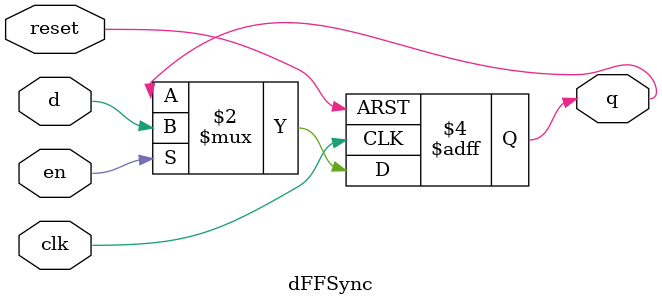
<source format=v>
module dFFSync (
  input wire clk, reset, d, en,
  output reg q
);

  always @(posedge clk or posedge reset)
  begin
    if (reset)
      q <= 1'b0;
    else if (en)
      q <= d;
  end
endmodule
</source>
